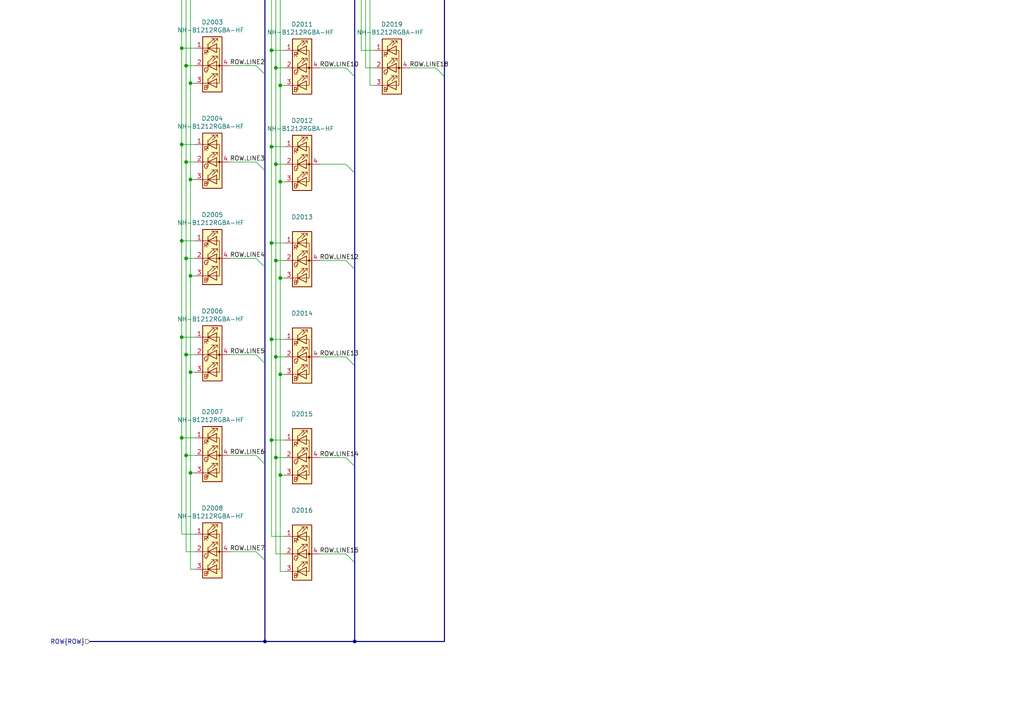
<source format=kicad_sch>
(kicad_sch (version 20230121) (generator eeschema)
  (paper "A4")
  (lib_symbols
    (symbol "Device:LED_RABG" (pin_names (offset 0) hide)
      (property "Reference" "D" (at 0 9.398 0))
      (property "Value" "LED_RABG" (at 0 -8.89 0))
      (symbol "LED_RABG_0_0"
        (text "B" (at -1.905 -6.35 0) (effects (font (size 1.27 1.27))))
        (text "G" (at -1.905 -1.27 0) (effects (font (size 1.27 1.27))))
        (text "R" (at -1.905 3.81 0) (effects (font (size 1.27 1.27))))
      )
      (symbol "LED_RABG_0_1"
        (polyline (pts (xy -1.27 -5.08) (xy -2.54 -5.08)))
        (polyline (pts (xy -1.27 -5.08) (xy 1.27 -5.08)))
        (polyline (pts (xy -1.27 -3.81) (xy -1.27 -6.35)) (stroke (width 0.254)))
        (polyline (pts (xy -1.27 0) (xy -2.54 0)))
        (polyline (pts (xy -1.27 1.27) (xy -1.27 -1.27)) (stroke (width 0.254)))
        (polyline (pts (xy -1.27 5.08) (xy -2.54 5.08)))
        (polyline (pts (xy -1.27 5.08) (xy 1.27 5.08)))
        (polyline (pts (xy -1.27 6.35) (xy -1.27 3.81)) (stroke (width 0.254)))
        (polyline (pts (xy 1.27 0) (xy -1.27 0)))
        (polyline (pts (xy 1.27 0) (xy 2.54 0)))
        (polyline (pts (xy -1.27 1.27) (xy -1.27 -1.27) (xy -1.27 -1.27)))
        (polyline (pts (xy -1.27 6.35) (xy -1.27 3.81) (xy -1.27 3.81)))
        (polyline (pts (xy 1.27 -5.08) (xy 2.032 -5.08) (xy 2.032 5.08) (xy 1.27 5.08)))
        (polyline (pts (xy 1.27 -3.81) (xy 1.27 -6.35) (xy -1.27 -5.08) (xy 1.27 -3.81)) (stroke (width 0.254)))
        (polyline (pts (xy 1.27 1.27) (xy 1.27 -1.27) (xy -1.27 0) (xy 1.27 1.27)) (stroke (width 0.254)))
        (polyline (pts (xy 1.27 6.35) (xy 1.27 3.81) (xy -1.27 5.08) (xy 1.27 6.35)) (stroke (width 0.254)))
        (polyline (pts (xy -1.016 -3.81) (xy 0.508 -2.286) (xy -0.254 -2.286) (xy 0.508 -2.286) (xy 0.508 -3.048)))
        (polyline (pts (xy -1.016 1.27) (xy 0.508 2.794) (xy -0.254 2.794) (xy 0.508 2.794) (xy 0.508 2.032)))
        (polyline (pts (xy -1.016 6.35) (xy 0.508 7.874) (xy -0.254 7.874) (xy 0.508 7.874) (xy 0.508 7.112)))
        (polyline (pts (xy 0 -3.81) (xy 1.524 -2.286) (xy 0.762 -2.286) (xy 1.524 -2.286) (xy 1.524 -3.048)))
        (polyline (pts (xy 0 1.27) (xy 1.524 2.794) (xy 0.762 2.794) (xy 1.524 2.794) (xy 1.524 2.032)))
        (polyline (pts (xy 0 6.35) (xy 1.524 7.874) (xy 0.762 7.874) (xy 1.524 7.874) (xy 1.524 7.112)))
        (rectangle (start 1.27 -1.27) (end 1.27 1.27))
        (rectangle (start 1.27 1.27) (end 1.27 1.27))
        (rectangle (start 1.27 3.81) (end 1.27 6.35))
        (rectangle (start 1.27 6.35) (end 1.27 6.35))
        (circle (center 2.032 0) (radius 0.254) (fill (type outline)))
        (rectangle (start 2.794 8.382) (end -2.794 -7.62) (stroke (width 0.254)) (fill (type background)))
      )
      (symbol "LED_RABG_1_1"
        (pin passive line (at -5.08 5.08 0) (length 2.54) (name "RK") (number "1"))
        (pin passive line (at 5.08 0 180) (length 2.54) (name "A") (number "2"))
        (pin passive line (at -5.08 -5.08 0) (length 2.54) (name "BK") (number "3"))
        (pin passive line (at -5.08 0 0) (length 2.54) (name "GK") (number "4"))
      )
    )
    (symbol "led_rgba:LED_RGBA" (pin_names (offset 0) hide)
      (property "Reference" "D" (at 0 9.398 0))
      (property "Value" "LED_RGBA" (at 0 -8.89 0))
      (symbol "LED_RGBA_0_0"
        (text "B" (at -1.905 -6.35 0) (effects (font (size 1.27 1.27))))
        (text "G" (at -1.905 -1.27 0) (effects (font (size 1.27 1.27))))
        (text "R" (at -1.905 3.81 0) (effects (font (size 1.27 1.27))))
      )
      (symbol "LED_RGBA_0_1"
        (polyline (pts (xy -2.54 -5.08) (xy 1.27 -5.08)))
        (polyline (pts (xy -1.27 -3.81) (xy -1.27 -6.35)) (stroke (width 0.2032)))
        (polyline (pts (xy -1.27 1.27) (xy -1.27 -1.27)) (stroke (width 0.2032)))
        (polyline (pts (xy -1.27 6.35) (xy -1.27 3.81)) (stroke (width 0.2032)))
        (polyline (pts (xy 1.27 5.08) (xy -2.54 5.08)))
        (polyline (pts (xy 2.54 0) (xy -2.54 0)))
        (polyline (pts (xy 1.27 -5.08) (xy 2.032 -5.08) (xy 2.032 5.08) (xy 1.27 5.08)))
        (polyline (pts (xy 1.27 -3.81) (xy 1.27 -6.35) (xy -1.27 -5.08) (xy 1.27 -3.81)) (stroke (width 0.2032)))
        (polyline (pts (xy 1.27 1.27) (xy 1.27 -1.27) (xy -1.27 0) (xy 1.27 1.27)) (stroke (width 0.2032)))
        (polyline (pts (xy 1.27 6.35) (xy 1.27 3.81) (xy -1.27 5.08) (xy 1.27 6.35)) (stroke (width 0.2032)))
        (polyline (pts (xy -1.016 -3.81) (xy 0.508 -2.286) (xy -0.254 -2.286) (xy 0.508 -2.286) (xy 0.508 -3.048)))
        (polyline (pts (xy -1.016 1.27) (xy 0.508 2.794) (xy -0.254 2.794) (xy 0.508 2.794) (xy 0.508 2.032)))
        (polyline (pts (xy -1.016 6.35) (xy 0.508 7.874) (xy -0.254 7.874) (xy 0.508 7.874) (xy 0.508 7.112)))
        (polyline (pts (xy 0 -3.81) (xy 1.524 -2.286) (xy 0.762 -2.286) (xy 1.524 -2.286) (xy 1.524 -3.048)))
        (polyline (pts (xy 0 1.27) (xy 1.524 2.794) (xy 0.762 2.794) (xy 1.524 2.794) (xy 1.524 2.032)))
        (polyline (pts (xy 0 6.35) (xy 1.524 7.874) (xy 0.762 7.874) (xy 1.524 7.874) (xy 1.524 7.112)))
        (rectangle (start 1.27 6.35) (end 1.27 6.35))
        (circle (center 2.032 0) (radius 0.254) (fill (type outline)))
        (rectangle (start 2.794 8.382) (end -2.794 -7.62) (stroke (width 0.254)) (fill (type background)))
      )
      (symbol "LED_RGBA_1_1"
        (pin passive line (at -5.08 5.08 0) (length 2.54) (name "A") (number "1"))
        (pin passive line (at -5.08 0 0) (length 2.54) (name "RK") (number "2"))
        (pin passive line (at -5.08 -5.08 0) (length 2.54) (name "GK") (number "3"))
        (pin passive line (at 5.08 0 180) (length 2.54) (name "BK") (number "4"))
      )
    )
  )
  (bus_alias "ROW" (members "LINE[0..18]"))
  (junction (at 55.245 -5.08))
  (junction (at 81.28 52.705))
  (junction (at 107.315 -4.445))
  (junction (at 102.87 186.055))
  (junction (at 81.28 108.585))
  (junction (at 55.245 52.07))
  (junction (at 78.74 -42.545))
  (junction (at 78.74 14.605))
  (junction (at 53.975 102.87))
  (junction (at 104.775 -14.605))
  (junction (at 80.01 19.685))
  (junction (at 81.28 137.795))
  (junction (at 52.705 69.85))
  (junction (at 53.975 74.93))
  (junction (at 80.01 75.565))
  (junction (at 76.835 186.055))
  (junction (at 53.975 -38.1))
  (junction (at 52.705 13.97))
  (junction (at 78.74 70.485))
  (junction (at 104.775 -42.545))
  (junction (at 80.01 103.505))
  (junction (at 81.28 80.645))
  (junction (at 80.01 -9.525))
  (junction (at 106.045 -37.465))
  (junction (at 52.705 -15.24))
  (junction (at 78.74 -14.605))
  (junction (at 53.975 -10.16))
  (junction (at 81.28 24.765))
  (junction (at 78.74 127.635))
  (junction (at 55.245 -33.02))
  (junction (at 52.705 127))
  (junction (at 107.315 -32.385))
  (junction (at 55.245 137.16))
  (junction (at 55.245 80.01))
  (junction (at 78.74 42.545))
  (junction (at 80.01 132.715))
  (junction (at 55.245 107.95))
  (junction (at 80.01 -37.465))
  (junction (at 52.705 97.79))
  (junction (at 53.975 19.05))
  (junction (at 81.28 -4.445))
  (junction (at 52.705 -43.18))
  (junction (at 55.245 24.13))
  (junction (at 78.74 98.425))
  (junction (at 106.045 -9.525))
  (junction (at 52.705 41.91))
  (junction (at 81.28 -32.385))
  (junction (at 53.975 132.08))
  (junction (at 80.01 47.625))
  (junction (at 53.975 46.99))
  (bus_entry (at 76.835 77.47) (size -2.54 -2.54))
  (bus_entry (at 76.835 105.41) (size -2.54 -2.54))
  (bus_entry (at 76.835 21.59) (size -2.54 -2.54))
  (bus_entry (at 76.835 -35.56) (size -2.54 -2.54))
  (bus_entry (at 76.835 -7.62) (size -2.54 -2.54))
  (bus_entry (at 102.87 135.255) (size -2.54 -2.54))
  (bus_entry (at 76.835 162.56) (size -2.54 -2.54))
  (bus_entry (at 102.87 -6.985) (size -2.54 -2.54))
  (bus_entry (at 76.835 134.62) (size -2.54 -2.54))
  (bus_entry (at 102.87 22.225) (size -2.54 -2.54))
  (bus_entry (at 102.87 50.165) (size -2.54 -2.54))
  (bus_entry (at 102.87 163.195) (size -2.54 -2.54))
  (bus_entry (at 102.87 106.045) (size -2.54 -2.54))
  (bus_entry (at 102.87 -34.925) (size -2.54 -2.54))
  (bus_entry (at 76.835 49.53) (size -2.54 -2.54))
  (bus_entry (at 128.905 -34.925) (size -2.54 -2.54))
  (bus_entry (at 128.905 22.225) (size -2.54 -2.54))
  (bus_entry (at 128.905 -6.985) (size -2.54 -2.54))
  (bus_entry (at 102.87 78.105) (size -2.54 -2.54))
  (wire (pts (xy 55.245 165.1) (xy 56.515 165.1)))
  (wire (pts (xy 78.74 127.635) (xy 78.74 155.575)))
  (wire (pts (xy 82.55 -14.605) (xy 78.74 -14.605)))
  (wire (pts (xy 53.975 74.93) (xy 53.975 102.87)))
  (wire (pts (xy 52.705 41.91) (xy 52.705 69.85)))
  (wire (pts (xy 82.55 137.795) (xy 81.28 137.795)))
  (wire (pts (xy 92.71 160.655) (xy 100.33 160.655)))
  (bus (pts (xy 102.87 78.105) (xy 102.87 106.045)))
  (wire (pts (xy 78.74 -55.245) (xy 78.74 -42.545)))
  (wire (pts (xy 78.74 14.605) (xy 78.74 42.545)))
  (wire (pts (xy 66.675 46.99) (xy 74.295 46.99)))
  (wire (pts (xy 108.585 24.765) (xy 107.315 24.765)))
  (wire (pts (xy 55.245 -33.02) (xy 55.245 -5.08)))
  (bus (pts (xy 76.835 49.53) (xy 76.835 77.47)))
  (wire (pts (xy 78.74 -14.605) (xy 78.74 14.605)))
  (wire (pts (xy 82.55 -42.545) (xy 78.74 -42.545)))
  (wire (pts (xy 108.585 -42.545) (xy 104.775 -42.545)))
  (wire (pts (xy 107.315 -4.445) (xy 107.315 24.765)))
  (bus (pts (xy 102.87 135.255) (xy 102.87 163.195)))
  (bus (pts (xy 26.035 186.055) (xy 76.835 186.055)))
  (wire (pts (xy 118.745 19.685) (xy 126.365 19.685)))
  (wire (pts (xy 82.55 -32.385) (xy 81.28 -32.385)))
  (bus (pts (xy 128.905 186.055) (xy 102.87 186.055)))
  (wire (pts (xy 80.01 103.505) (xy 80.01 132.715)))
  (bus (pts (xy 76.835 162.56) (xy 76.835 186.055)))
  (wire (pts (xy 52.705 -43.18) (xy 52.705 -15.24)))
  (wire (pts (xy 56.515 52.07) (xy 55.245 52.07)))
  (wire (pts (xy 82.55 -37.465) (xy 80.01 -37.465)))
  (wire (pts (xy 56.515 -43.18) (xy 52.705 -43.18)))
  (bus (pts (xy 76.835 21.59) (xy 76.835 49.53)))
  (wire (pts (xy 78.74 -42.545) (xy 78.74 -14.605)))
  (wire (pts (xy 107.315 -32.385) (xy 107.315 -4.445)))
  (wire (pts (xy 81.28 108.585) (xy 81.28 137.795)))
  (wire (pts (xy 80.01 75.565) (xy 80.01 103.505)))
  (wire (pts (xy 52.705 97.79) (xy 52.705 127)))
  (wire (pts (xy 118.745 -9.525) (xy 126.365 -9.525)))
  (wire (pts (xy 82.55 42.545) (xy 78.74 42.545)))
  (wire (pts (xy 66.675 74.93) (xy 74.295 74.93)))
  (wire (pts (xy 92.71 -37.465) (xy 100.33 -37.465)))
  (wire (pts (xy 82.55 80.645) (xy 81.28 80.645)))
  (wire (pts (xy 53.975 102.87) (xy 53.975 132.08)))
  (wire (pts (xy 66.675 -38.1) (xy 74.295 -38.1)))
  (wire (pts (xy 56.515 46.99) (xy 53.975 46.99)))
  (wire (pts (xy 53.975 132.08) (xy 53.975 160.02)))
  (wire (pts (xy 56.515 69.85) (xy 52.705 69.85)))
  (wire (pts (xy 56.515 74.93) (xy 53.975 74.93)))
  (bus (pts (xy 76.835 134.62) (xy 76.835 162.56)))
  (wire (pts (xy 82.55 14.605) (xy 78.74 14.605)))
  (wire (pts (xy 82.55 103.505) (xy 80.01 103.505)))
  (wire (pts (xy 56.515 -10.16) (xy 53.975 -10.16)))
  (wire (pts (xy 53.975 -38.1) (xy 53.975 -10.16)))
  (wire (pts (xy 66.675 102.87) (xy 74.295 102.87)))
  (wire (pts (xy 108.585 -9.525) (xy 106.045 -9.525)))
  (bus (pts (xy 102.87 186.055) (xy 76.835 186.055)))
  (wire (pts (xy 104.775 -14.605) (xy 104.775 14.605)))
  (wire (pts (xy 82.55 127.635) (xy 78.74 127.635)))
  (wire (pts (xy 56.515 80.01) (xy 55.245 80.01)))
  (wire (pts (xy 108.585 -32.385) (xy 107.315 -32.385)))
  (wire (pts (xy 81.28 -32.385) (xy 81.28 -4.445)))
  (bus (pts (xy 102.87 163.195) (xy 102.87 186.055)))
  (bus (pts (xy 76.835 77.47) (xy 76.835 105.41)))
  (wire (pts (xy 108.585 -37.465) (xy 106.045 -37.465)))
  (wire (pts (xy 52.705 154.94) (xy 56.515 154.94)))
  (wire (pts (xy 82.55 98.425) (xy 78.74 98.425)))
  (wire (pts (xy 92.71 -9.525) (xy 100.33 -9.525)))
  (wire (pts (xy 56.515 102.87) (xy 53.975 102.87)))
  (wire (pts (xy 92.71 75.565) (xy 100.33 75.565)))
  (wire (pts (xy 108.585 -14.605) (xy 104.775 -14.605)))
  (wire (pts (xy 52.705 -15.24) (xy 52.705 13.97)))
  (wire (pts (xy 82.55 -9.525) (xy 80.01 -9.525)))
  (wire (pts (xy 80.01 -55.245) (xy 80.01 -37.465)))
  (wire (pts (xy 55.245 52.07) (xy 55.245 80.01)))
  (wire (pts (xy 92.71 132.715) (xy 100.33 132.715)))
  (wire (pts (xy 56.515 -5.08) (xy 55.245 -5.08)))
  (bus (pts (xy 128.905 -34.925) (xy 128.905 -6.985)))
  (wire (pts (xy 107.315 -55.245) (xy 107.315 -32.385)))
  (wire (pts (xy 52.705 -55.88) (xy 52.705 -43.18)))
  (wire (pts (xy 66.675 -10.16) (xy 74.295 -10.16)))
  (wire (pts (xy 81.28 24.765) (xy 81.28 52.705)))
  (wire (pts (xy 78.74 42.545) (xy 78.74 70.485)))
  (wire (pts (xy 106.045 -9.525) (xy 106.045 19.685)))
  (wire (pts (xy 56.515 107.95) (xy 55.245 107.95)))
  (wire (pts (xy 80.01 132.715) (xy 80.01 160.655)))
  (bus (pts (xy 102.87 106.045) (xy 102.87 135.255)))
  (wire (pts (xy 55.245 -5.08) (xy 55.245 24.13)))
  (wire (pts (xy 55.245 24.13) (xy 55.245 52.07)))
  (wire (pts (xy 56.515 132.08) (xy 53.975 132.08)))
  (wire (pts (xy 52.705 127) (xy 52.705 154.94)))
  (wire (pts (xy 108.585 19.685) (xy 106.045 19.685)))
  (wire (pts (xy 106.045 -55.245) (xy 106.045 -37.465)))
  (bus (pts (xy 76.835 -7.62) (xy 76.835 21.59)))
  (wire (pts (xy 106.045 -37.465) (xy 106.045 -9.525)))
  (wire (pts (xy 55.245 -55.88) (xy 55.245 -33.02)))
  (wire (pts (xy 55.245 80.01) (xy 55.245 107.95)))
  (bus (pts (xy 102.87 22.225) (xy 102.87 50.165)))
  (wire (pts (xy 82.55 70.485) (xy 78.74 70.485)))
  (wire (pts (xy 82.55 108.585) (xy 81.28 108.585)))
  (wire (pts (xy 66.675 19.05) (xy 74.295 19.05)))
  (wire (pts (xy 52.705 13.97) (xy 52.705 41.91)))
  (bus (pts (xy 128.905 22.225) (xy 128.905 186.055)))
  (wire (pts (xy 108.585 -4.445) (xy 107.315 -4.445)))
  (wire (pts (xy 53.975 -10.16) (xy 53.975 19.05)))
  (wire (pts (xy 56.515 41.91) (xy 52.705 41.91)))
  (wire (pts (xy 78.74 155.575) (xy 82.55 155.575)))
  (wire (pts (xy 81.28 165.735) (xy 82.55 165.735)))
  (wire (pts (xy 81.28 80.645) (xy 81.28 108.585)))
  (wire (pts (xy 56.515 -15.24) (xy 52.705 -15.24)))
  (wire (pts (xy 118.745 -37.465) (xy 126.365 -37.465)))
  (wire (pts (xy 104.775 -55.245) (xy 104.775 -42.545)))
  (wire (pts (xy 92.71 103.505) (xy 100.33 103.505)))
  (wire (pts (xy 80.01 -37.465) (xy 80.01 -9.525)))
  (wire (pts (xy 80.01 19.685) (xy 80.01 47.625)))
  (wire (pts (xy 55.245 107.95) (xy 55.245 137.16)))
  (wire (pts (xy 82.55 19.685) (xy 80.01 19.685)))
  (wire (pts (xy 80.01 160.655) (xy 82.55 160.655)))
  (wire (pts (xy 56.515 24.13) (xy 55.245 24.13)))
  (wire (pts (xy 104.775 -42.545) (xy 104.775 -14.605)))
  (wire (pts (xy 53.975 46.99) (xy 53.975 74.93)))
  (wire (pts (xy 81.28 -4.445) (xy 81.28 24.765)))
  (bus (pts (xy 102.87 -6.985) (xy 102.87 22.225)))
  (wire (pts (xy 81.28 -55.245) (xy 81.28 -32.385)))
  (wire (pts (xy 66.675 132.08) (xy 74.295 132.08)))
  (bus (pts (xy 102.87 50.165) (xy 102.87 78.105)))
  (wire (pts (xy 92.71 19.685) (xy 100.33 19.685)))
  (wire (pts (xy 53.975 -55.88) (xy 53.975 -38.1)))
  (wire (pts (xy 55.245 137.16) (xy 55.245 165.1)))
  (wire (pts (xy 82.55 -4.445) (xy 81.28 -4.445)))
  (wire (pts (xy 56.515 19.05) (xy 53.975 19.05)))
  (wire (pts (xy 78.74 70.485) (xy 78.74 98.425)))
  (wire (pts (xy 92.71 47.625) (xy 100.33 47.625)))
  (bus (pts (xy 102.87 -34.925) (xy 102.87 -6.985)))
  (bus (pts (xy 76.835 105.41) (xy 76.835 134.62)))
  (wire (pts (xy 56.515 -38.1) (xy 53.975 -38.1)))
  (wire (pts (xy 56.515 13.97) (xy 52.705 13.97)))
  (wire (pts (xy 78.74 98.425) (xy 78.74 127.635)))
  (wire (pts (xy 56.515 97.79) (xy 52.705 97.79)))
  (wire (pts (xy 56.515 -33.02) (xy 55.245 -33.02)))
  (wire (pts (xy 82.55 52.705) (xy 81.28 52.705)))
  (wire (pts (xy 74.295 160.02) (xy 66.675 160.02)))
  (wire (pts (xy 108.585 14.605) (xy 104.775 14.605)))
  (wire (pts (xy 53.975 160.02) (xy 56.515 160.02)))
  (wire (pts (xy 82.55 24.765) (xy 81.28 24.765)))
  (wire (pts (xy 82.55 132.715) (xy 80.01 132.715)))
  (wire (pts (xy 52.705 69.85) (xy 52.705 97.79)))
  (bus (pts (xy 76.835 -35.56) (xy 76.835 -7.62)))
  (wire (pts (xy 82.55 47.625) (xy 80.01 47.625)))
  (wire (pts (xy 56.515 127) (xy 52.705 127)))
  (wire (pts (xy 81.28 137.795) (xy 81.28 165.735)))
  (wire (pts (xy 81.28 52.705) (xy 81.28 80.645)))
  (wire (pts (xy 82.55 75.565) (xy 80.01 75.565)))
  (wire (pts (xy 56.515 137.16) (xy 55.245 137.16)))
  (wire (pts (xy 80.01 -9.525) (xy 80.01 19.685)))
  (wire (pts (xy 53.975 19.05) (xy 53.975 46.99)))
  (bus (pts (xy 128.905 -6.985) (xy 128.905 22.225)))
  (wire (pts (xy 80.01 47.625) (xy 80.01 75.565)))
  (label "ROW.LINE10" (at 92.71 19.685 0))
  (label "ROW.LINE4" (at 66.675 74.93 0))
  (label "ROW.LINE13" (at 92.71 103.505 0))
  (label "ROW.LINE1" (at 66.675 -10.16 0))
  (label "ROW.LINE16" (at 118.745 -37.465 0))
  (label "ROW.LINE18" (at 118.745 19.685 0))
  (label "ROW.LINE14" (at 92.71 132.715 0))
  (label "ROW.LINE12" (at 92.71 75.565 0))
  (label "ROW.LINE9" (at 92.71 -9.525 0))
  (label "ROW.LINE6" (at 66.675 132.08 0))
  (label "ROW.LINE8" (at 92.71 -37.465 0))
  (label "ROW.LINE0" (at 66.675 -38.1 0))
  (label "ROW.LINE15" (at 92.71 160.655 0))
  (label "ROW.LINE5" (at 66.675 102.87 0))
  (label "ROW.LINE2" (at 66.675 19.05 0))
  (label "ROW.LINE17" (at 118.745 -9.525 0))
  (label "ROW.LINE3" (at 66.675 46.99 0))
  (label "ROW.LINE7" (at 66.675 160.02 0))
  (hierarchical_label "R" (shape input) (at 104.775 -55.245 90))
  (hierarchical_label "R" (shape input) (at 52.705 -55.88 90))
  (hierarchical_label "ROW{ROW}" (shape input) (at 26.035 186.055 180))
  (hierarchical_label "G" (shape input) (at 53.975 -55.88 90))
  (hierarchical_label "B" (shape input) (at 55.245 -55.88 90))
  (hierarchical_label "R" (shape input) (at 78.74 -55.245 90))
  (hierarchical_label "B" (shape input) (at 107.315 -55.245 90))
  (hierarchical_label "B" (shape input) (at 81.28 -55.245 90))
  (hierarchical_label "G" (shape input) (at 106.045 -55.245 90))
  (hierarchical_label "G" (shape input) (at 80.01 -55.245 90))
  (symbol (lib_id "Device:LED_RABG") (at 61.595 -38.1 0) (unit 1)
    (property "Reference" "D2001" (at 61.595 -50.7238 0))
    (property "Value" "NH-B1212RGBA-HF " (at 61.595 -48.4124 0))
    (property "Footprint" "NH-B1212RGBA:NH-B1212RGBA" (effects hide))
    (property "LCSC" "C2874114" (effects hide))
    (instances (project "brucon_hardware" (path "" (reference "D2001") (unit 1)) (path "" (reference "D3501") (unit 1)) (path "" (reference "D3401") (unit 1)) (path "" (reference "D3301") (unit 1)) (path "" (reference "D3201") (unit 1)) (path "" (reference "D3101") (unit 1)) (path "" (reference "D3001") (unit 1)) (path "" (reference "D2901") (unit 1)) (path "" (reference "D2801") (unit 1)) (path "" (reference "D2701") (unit 1)) (path "" (reference "D2601") (unit 1)) (path "" (reference "D2501") (unit 1)) (path "" (reference "D2401") (unit 1)) (path "" (reference "D2301") (unit 1)) (path "" (reference "D2201") (unit 1)) (path "" (reference "D2101") (unit 1)) (path "" (reference "D401") (unit 1)) (path "" (reference "D1901") (unit 1)) (path "" (reference "D1801") (unit 1)) (path "" (reference "D1701") (unit 1)) (path "" (reference "D1601") (unit 1)) (path "" (reference "D1501") (unit 1)) (path "" (reference "D1401") (unit 1)) (path "" (reference "D1301") (unit 1)) (path "" (reference "D1201") (unit 1)) (path "" (reference "D1101") (unit 1)) (path "" (reference "D1001") (unit 1)) (path "" (reference "D901") (unit 1)) (path "" (reference "D801") (unit 1)) (path "" (reference "D701") (unit 1)) (path "" (reference "D601") (unit 1)) (path "" (reference "D501") (unit 1))))
  )
  (symbol (lib_id "led_rgba:LED_RGBA") (at 61.595 19.05 0) (unit 1)
    (property "Reference" "D2003" (at 61.595 6.4262 0))
    (property "Value" "NH-B1212RGBA-HF " (at 61.595 8.7376 0))
    (property "Footprint" "NH-B1212RGBA:NH-B1212RGBA" (effects hide))
    (property "Datasheet" "http://image.dfrobot.com/image/data/DFR0239/LL-R3528RGBC-008-B%20datasheet.pdf" (effects hide))
    (property "LCSC" "C2874114" (effects hide))
    (instances (project "brucon_hardware" (path "" (reference "D2003") (unit 1)) (path "" (reference "D3503") (unit 1)) (path "" (reference "D3403") (unit 1)) (path "" (reference "D3303") (unit 1)) (path "" (reference "D3203") (unit 1)) (path "" (reference "D3103") (unit 1)) (path "" (reference "D3003") (unit 1)) (path "" (reference "D2903") (unit 1)) (path "" (reference "D2803") (unit 1)) (path "" (reference "D2703") (unit 1)) (path "" (reference "D2603") (unit 1)) (path "" (reference "D2503") (unit 1)) (path "" (reference "D2403") (unit 1)) (path "" (reference "D2303") (unit 1)) (path "" (reference "D2203") (unit 1)) (path "" (reference "D2103") (unit 1)) (path "" (reference "D403") (unit 1)) (path "" (reference "D1903") (unit 1)) (path "" (reference "D1803") (unit 1)) (path "" (reference "D1703") (unit 1)) (path "" (reference "D1603") (unit 1)) (path "" (reference "D1503") (unit 1)) (path "" (reference "D1403") (unit 1)) (path "" (reference "D1303") (unit 1)) (path "" (reference "D1203") (unit 1)) (path "" (reference "D1103") (unit 1)) (path "" (reference "D1003") (unit 1)) (path "" (reference "D903") (unit 1)) (path "" (reference "D803") (unit 1)) (path "" (reference "D703") (unit 1)) (path "" (reference "D603") (unit 1)) (path "" (reference "D503") (unit 1))))
  )
  (symbol (lib_id "led_rgba:LED_RGBA") (at 61.595 -10.16 0) (unit 1)
    (property "Reference" "D2002" (at 61.595 -22.7838 0))
    (property "Value" "NH-B1212RGBA-HF " (at 61.595 -20.4724 0))
    (property "Footprint" "NH-B1212RGBA:NH-B1212RGBA" (effects hide))
    (property "Datasheet" "http://image.dfrobot.com/image/data/DFR0239/LL-R3528RGBC-008-B%20datasheet.pdf" (effects hide))
    (property "LCSC" "C2874114" (effects hide))
    (instances (project "brucon_hardware" (path "" (reference "D2002") (unit 1)) (path "" (reference "D3502") (unit 1)) (path "" (reference "D3402") (unit 1)) (path "" (reference "D3302") (unit 1)) (path "" (reference "D3202") (unit 1)) (path "" (reference "D3102") (unit 1)) (path "" (reference "D3002") (unit 1)) (path "" (reference "D2902") (unit 1)) (path "" (reference "D2802") (unit 1)) (path "" (reference "D2702") (unit 1)) (path "" (reference "D2602") (unit 1)) (path "" (reference "D2502") (unit 1)) (path "" (reference "D2402") (unit 1)) (path "" (reference "D2302") (unit 1)) (path "" (reference "D2202") (unit 1)) (path "" (reference "D2102") (unit 1)) (path "" (reference "D402") (unit 1)) (path "" (reference "D1902") (unit 1)) (path "" (reference "D1802") (unit 1)) (path "" (reference "D1702") (unit 1)) (path "" (reference "D1602") (unit 1)) (path "" (reference "D1502") (unit 1)) (path "" (reference "D1402") (unit 1)) (path "" (reference "D1302") (unit 1)) (path "" (reference "D1202") (unit 1)) (path "" (reference "D1102") (unit 1)) (path "" (reference "D1002") (unit 1)) (path "" (reference "D902") (unit 1)) (path "" (reference "D802") (unit 1)) (path "" (reference "D702") (unit 1)) (path "" (reference "D602") (unit 1)) (path "" (reference "D502") (unit 1))))
  )
  (symbol (lib_id "led_rgba:LED_RGBA") (at 113.665 19.685 0) (unit 1)
    (property "Reference" "D2019" (at 113.665 7.0612 0))
    (property "Value" "NH-B1212RGBA-HF " (at 113.665 9.3726 0))
    (property "Footprint" "NH-B1212RGBA:NH-B1212RGBA" (effects hide))
    (property "Datasheet" "http://image.dfrobot.com/image/data/DFR0239/LL-R3528RGBC-008-B%20datasheet.pdf" (effects hide))
    (property "LCSC" "C2874114" (effects hide))
    (instances (project "brucon_hardware" (path "" (reference "D2019") (unit 1)) (path "" (reference "D3519") (unit 1)) (path "" (reference "D3419") (unit 1)) (path "" (reference "D3319") (unit 1)) (path "" (reference "D3219") (unit 1)) (path "" (reference "D3119") (unit 1)) (path "" (reference "D3019") (unit 1)) (path "" (reference "D2919") (unit 1)) (path "" (reference "D2819") (unit 1)) (path "" (reference "D2719") (unit 1)) (path "" (reference "D2619") (unit 1)) (path "" (reference "D2519") (unit 1)) (path "" (reference "D2419") (unit 1)) (path "" (reference "D2319") (unit 1)) (path "" (reference "D2219") (unit 1)) (path "" (reference "D2119") (unit 1)) (path "" (reference "D419") (unit 1)) (path "" (reference "D1919") (unit 1)) (path "" (reference "D1819") (unit 1)) (path "" (reference "D1719") (unit 1)) (path "" (reference "D1619") (unit 1)) (path "" (reference "D1519") (unit 1)) (path "" (reference "D1419") (unit 1)) (path "" (reference "D1319") (unit 1)) (path "" (reference "D1219") (unit 1)) (path "" (reference "D1119") (unit 1)) (path "" (reference "D1019") (unit 1)) (path "" (reference "D919") (unit 1)) (path "" (reference "D819") (unit 1)) (path "" (reference "D719") (unit 1)) (path "" (reference "D619") (unit 1)) (path "" (reference "D519") (unit 1))))
  )
  (symbol (lib_id "led_rgba:LED_RGBA") (at 113.665 -37.465 0) (unit 1)
    (property "Reference" "D2017" (at 113.665 -50.0888 0))
    (property "Value" "NH-B1212RGBA-HF " (at 113.665 -47.7774 0))
    (property "Footprint" "NH-B1212RGBA:NH-B1212RGBA" (effects hide))
    (property "Datasheet" "http://image.dfrobot.com/image/data/DFR0239/LL-R3528RGBC-008-B%20datasheet.pdf" (effects hide))
    (property "LCSC" "C2874114" (effects hide))
    (instances (project "brucon_hardware" (path "" (reference "D2017") (unit 1)) (path "" (reference "D3517") (unit 1)) (path "" (reference "D3417") (unit 1)) (path "" (reference "D3317") (unit 1)) (path "" (reference "D3217") (unit 1)) (path "" (reference "D3117") (unit 1)) (path "" (reference "D3017") (unit 1)) (path "" (reference "D2917") (unit 1)) (path "" (reference "D2817") (unit 1)) (path "" (reference "D2717") (unit 1)) (path "" (reference "D2617") (unit 1)) (path "" (reference "D2517") (unit 1)) (path "" (reference "D2417") (unit 1)) (path "" (reference "D2317") (unit 1)) (path "" (reference "D2217") (unit 1)) (path "" (reference "D2117") (unit 1)) (path "" (reference "D417") (unit 1)) (path "" (reference "D1917") (unit 1)) (path "" (reference "D1817") (unit 1)) (path "" (reference "D1717") (unit 1)) (path "" (reference "D1617") (unit 1)) (path "" (reference "D1517") (unit 1)) (path "" (reference "D1417") (unit 1)) (path "" (reference "D1317") (unit 1)) (path "" (reference "D1217") (unit 1)) (path "" (reference "D1117") (unit 1)) (path "" (reference "D1017") (unit 1)) (path "" (reference "D917") (unit 1)) (path "" (reference "D817") (unit 1)) (path "" (reference "D717") (unit 1)) (path "" (reference "D617") (unit 1)) (path "" (reference "D517") (unit 1))))
  )
  (symbol (lib_id "led_rgba:LED_RGBA") (at 61.595 74.93 0) (unit 1)
    (property "Reference" "D2005" (at 61.595 62.3062 0))
    (property "Value" "NH-B1212RGBA-HF " (at 61.595 64.6176 0))
    (property "Footprint" "NH-B1212RGBA:NH-B1212RGBA" (effects hide))
    (property "Datasheet" "http://image.dfrobot.com/image/data/DFR0239/LL-R3528RGBC-008-B%20datasheet.pdf" (effects hide))
    (property "LCSC" "C2874114" (effects hide))
    (instances (project "brucon_hardware" (path "" (reference "D2005") (unit 1)) (path "" (reference "D3505") (unit 1)) (path "" (reference "D3405") (unit 1)) (path "" (reference "D3305") (unit 1)) (path "" (reference "D3205") (unit 1)) (path "" (reference "D3105") (unit 1)) (path "" (reference "D3005") (unit 1)) (path "" (reference "D2905") (unit 1)) (path "" (reference "D2805") (unit 1)) (path "" (reference "D2705") (unit 1)) (path "" (reference "D2605") (unit 1)) (path "" (reference "D2505") (unit 1)) (path "" (reference "D2405") (unit 1)) (path "" (reference "D2305") (unit 1)) (path "" (reference "D2205") (unit 1)) (path "" (reference "D2105") (unit 1)) (path "" (reference "D405") (unit 1)) (path "" (reference "D1905") (unit 1)) (path "" (reference "D1805") (unit 1)) (path "" (reference "D1705") (unit 1)) (path "" (reference "D1605") (unit 1)) (path "" (reference "D1505") (unit 1)) (path "" (reference "D1405") (unit 1)) (path "" (reference "D1305") (unit 1)) (path "" (reference "D1205") (unit 1)) (path "" (reference "D1105") (unit 1)) (path "" (reference "D1005") (unit 1)) (path "" (reference "D905") (unit 1)) (path "" (reference "D805") (unit 1)) (path "" (reference "D705") (unit 1)) (path "" (reference "D605") (unit 1)) (path "" (reference "D505") (unit 1))))
  )
  (symbol (lib_id "led_rgba:LED_RGBA") (at 87.63 103.505 0) (unit 1)
    (property "Reference" "D2014" (at 87.63 90.8812 0))
    (property "Value" "NH-B1212RGBA-HF " (effects hide))
    (property "Footprint" "NH-B1212RGBA:NH-B1212RGBA" (effects hide))
    (property "Datasheet" "http://image.dfrobot.com/image/data/DFR0239/LL-R3528RGBC-008-B%20datasheet.pdf" (effects hide))
    (property "LCSC" "C2874114" (effects hide))
    (instances (project "brucon_hardware" (path "" (reference "D2014") (unit 1)) (path "" (reference "D3514") (unit 1)) (path "" (reference "D3414") (unit 1)) (path "" (reference "D3314") (unit 1)) (path "" (reference "D3214") (unit 1)) (path "" (reference "D3114") (unit 1)) (path "" (reference "D3014") (unit 1)) (path "" (reference "D2914") (unit 1)) (path "" (reference "D2814") (unit 1)) (path "" (reference "D2714") (unit 1)) (path "" (reference "D2614") (unit 1)) (path "" (reference "D2514") (unit 1)) (path "" (reference "D2414") (unit 1)) (path "" (reference "D2314") (unit 1)) (path "" (reference "D2214") (unit 1)) (path "" (reference "D2114") (unit 1)) (path "" (reference "D414") (unit 1)) (path "" (reference "D1914") (unit 1)) (path "" (reference "D1814") (unit 1)) (path "" (reference "D1714") (unit 1)) (path "" (reference "D1614") (unit 1)) (path "" (reference "D1514") (unit 1)) (path "" (reference "D1414") (unit 1)) (path "" (reference "D1314") (unit 1)) (path "" (reference "D1214") (unit 1)) (path "" (reference "D1114") (unit 1)) (path "" (reference "D1014") (unit 1)) (path "" (reference "D914") (unit 1)) (path "" (reference "D814") (unit 1)) (path "" (reference "D714") (unit 1)) (path "" (reference "D614") (unit 1)) (path "" (reference "D514") (unit 1))))
  )
  (symbol (lib_id "led_rgba:LED_RGBA") (at 61.595 132.08 0) (unit 1)
    (property "Reference" "D2007" (at 61.595 119.4562 0))
    (property "Value" "NH-B1212RGBA-HF " (at 61.595 121.7676 0))
    (property "Footprint" "NH-B1212RGBA:NH-B1212RGBA" (effects hide))
    (property "Datasheet" "http://image.dfrobot.com/image/data/DFR0239/LL-R3528RGBC-008-B%20datasheet.pdf" (effects hide))
    (property "LCSC" "C2874114" (effects hide))
    (instances (project "brucon_hardware" (path "" (reference "D2007") (unit 1)) (path "" (reference "D3507") (unit 1)) (path "" (reference "D3407") (unit 1)) (path "" (reference "D3307") (unit 1)) (path "" (reference "D3207") (unit 1)) (path "" (reference "D3107") (unit 1)) (path "" (reference "D3007") (unit 1)) (path "" (reference "D2907") (unit 1)) (path "" (reference "D2807") (unit 1)) (path "" (reference "D2707") (unit 1)) (path "" (reference "D2607") (unit 1)) (path "" (reference "D2507") (unit 1)) (path "" (reference "D2407") (unit 1)) (path "" (reference "D2307") (unit 1)) (path "" (reference "D2207") (unit 1)) (path "" (reference "D2107") (unit 1)) (path "" (reference "D407") (unit 1)) (path "" (reference "D1907") (unit 1)) (path "" (reference "D1807") (unit 1)) (path "" (reference "D1707") (unit 1)) (path "" (reference "D1607") (unit 1)) (path "" (reference "D1507") (unit 1)) (path "" (reference "D1407") (unit 1)) (path "" (reference "D1307") (unit 1)) (path "" (reference "D1207") (unit 1)) (path "" (reference "D1107") (unit 1)) (path "" (reference "D1007") (unit 1)) (path "" (reference "D907") (unit 1)) (path "" (reference "D807") (unit 1)) (path "" (reference "D707") (unit 1)) (path "" (reference "D607") (unit 1)) (path "" (reference "D507") (unit 1))))
  )
  (symbol (lib_id "led_rgba:LED_RGBA") (at 113.665 -9.525 0) (unit 1)
    (property "Reference" "D2018" (at 113.665 -22.1488 0))
    (property "Value" "NH-B1212RGBA-HF " (at 113.665 -19.8374 0))
    (property "Footprint" "NH-B1212RGBA:NH-B1212RGBA" (effects hide))
    (property "Datasheet" "http://image.dfrobot.com/image/data/DFR0239/LL-R3528RGBC-008-B%20datasheet.pdf" (effects hide))
    (property "LCSC" "C2874114" (effects hide))
    (instances (project "brucon_hardware" (path "" (reference "D2018") (unit 1)) (path "" (reference "D3518") (unit 1)) (path "" (reference "D3418") (unit 1)) (path "" (reference "D3318") (unit 1)) (path "" (reference "D3218") (unit 1)) (path "" (reference "D3118") (unit 1)) (path "" (reference "D3018") (unit 1)) (path "" (reference "D2918") (unit 1)) (path "" (reference "D2818") (unit 1)) (path "" (reference "D2718") (unit 1)) (path "" (reference "D2618") (unit 1)) (path "" (reference "D2518") (unit 1)) (path "" (reference "D2418") (unit 1)) (path "" (reference "D2318") (unit 1)) (path "" (reference "D2218") (unit 1)) (path "" (reference "D2118") (unit 1)) (path "" (reference "D418") (unit 1)) (path "" (reference "D1918") (unit 1)) (path "" (reference "D1818") (unit 1)) (path "" (reference "D1718") (unit 1)) (path "" (reference "D1618") (unit 1)) (path "" (reference "D1518") (unit 1)) (path "" (reference "D1418") (unit 1)) (path "" (reference "D1318") (unit 1)) (path "" (reference "D1218") (unit 1)) (path "" (reference "D1118") (unit 1)) (path "" (reference "D1018") (unit 1)) (path "" (reference "D918") (unit 1)) (path "" (reference "D818") (unit 1)) (path "" (reference "D718") (unit 1)) (path "" (reference "D618") (unit 1)) (path "" (reference "D518") (unit 1))))
  )
  (symbol (lib_id "led_rgba:LED_RGBA") (at 87.63 -37.465 0) (unit 1)
    (property "Reference" "D2009" (at 87.63 -50.0888 0))
    (property "Value" "NH-B1212RGBA-HF " (at 87.63 -47.7774 0))
    (property "Footprint" "NH-B1212RGBA:NH-B1212RGBA" (effects hide))
    (property "Datasheet" "http://image.dfrobot.com/image/data/DFR0239/LL-R3528RGBC-008-B%20datasheet.pdf" (effects hide))
    (property "LCSC" "C2874114" (effects hide))
    (instances (project "brucon_hardware" (path "" (reference "D2009") (unit 1)) (path "" (reference "D3509") (unit 1)) (path "" (reference "D3409") (unit 1)) (path "" (reference "D3309") (unit 1)) (path "" (reference "D3209") (unit 1)) (path "" (reference "D3109") (unit 1)) (path "" (reference "D3009") (unit 1)) (path "" (reference "D2909") (unit 1)) (path "" (reference "D2809") (unit 1)) (path "" (reference "D2709") (unit 1)) (path "" (reference "D2609") (unit 1)) (path "" (reference "D2509") (unit 1)) (path "" (reference "D2409") (unit 1)) (path "" (reference "D2309") (unit 1)) (path "" (reference "D2209") (unit 1)) (path "" (reference "D2109") (unit 1)) (path "" (reference "D409") (unit 1)) (path "" (reference "D1909") (unit 1)) (path "" (reference "D1809") (unit 1)) (path "" (reference "D1709") (unit 1)) (path "" (reference "D1609") (unit 1)) (path "" (reference "D1509") (unit 1)) (path "" (reference "D1409") (unit 1)) (path "" (reference "D1309") (unit 1)) (path "" (reference "D1209") (unit 1)) (path "" (reference "D1109") (unit 1)) (path "" (reference "D1009") (unit 1)) (path "" (reference "D909") (unit 1)) (path "" (reference "D809") (unit 1)) (path "" (reference "D709") (unit 1)) (path "" (reference "D609") (unit 1)) (path "" (reference "D509") (unit 1))))
  )
  (symbol (lib_id "led_rgba:LED_RGBA") (at 87.63 19.685 0) (unit 1)
    (property "Reference" "D2011" (at 87.63 7.0612 0))
    (property "Value" "NH-B1212RGBA-HF " (at 87.63 9.3726 0))
    (property "Footprint" "NH-B1212RGBA:NH-B1212RGBA" (effects hide))
    (property "Datasheet" "http://image.dfrobot.com/image/data/DFR0239/LL-R3528RGBC-008-B%20datasheet.pdf" (effects hide))
    (property "LCSC" "C2874114" (effects hide))
    (instances (project "brucon_hardware" (path "" (reference "D2011") (unit 1)) (path "" (reference "D3511") (unit 1)) (path "" (reference "D3411") (unit 1)) (path "" (reference "D3311") (unit 1)) (path "" (reference "D3211") (unit 1)) (path "" (reference "D3111") (unit 1)) (path "" (reference "D3011") (unit 1)) (path "" (reference "D2911") (unit 1)) (path "" (reference "D2811") (unit 1)) (path "" (reference "D2711") (unit 1)) (path "" (reference "D2611") (unit 1)) (path "" (reference "D2511") (unit 1)) (path "" (reference "D2411") (unit 1)) (path "" (reference "D2311") (unit 1)) (path "" (reference "D2211") (unit 1)) (path "" (reference "D2111") (unit 1)) (path "" (reference "D411") (unit 1)) (path "" (reference "D1911") (unit 1)) (path "" (reference "D1811") (unit 1)) (path "" (reference "D1711") (unit 1)) (path "" (reference "D1611") (unit 1)) (path "" (reference "D1511") (unit 1)) (path "" (reference "D1411") (unit 1)) (path "" (reference "D1311") (unit 1)) (path "" (reference "D1211") (unit 1)) (path "" (reference "D1111") (unit 1)) (path "" (reference "D1011") (unit 1)) (path "" (reference "D911") (unit 1)) (path "" (reference "D811") (unit 1)) (path "" (reference "D711") (unit 1)) (path "" (reference "D611") (unit 1)) (path "" (reference "D511") (unit 1))))
  )
  (symbol (lib_id "led_rgba:LED_RGBA") (at 87.63 160.655 0) (unit 1)
    (property "Reference" "D2016" (at 87.63 148.0312 0))
    (property "Value" "NH-B1212RGBA-HF " (effects hide))
    (property "Footprint" "NH-B1212RGBA:NH-B1212RGBA" (effects hide))
    (property "Datasheet" "http://image.dfrobot.com/image/data/DFR0239/LL-R3528RGBC-008-B%20datasheet.pdf" (effects hide))
    (property "LCSC" "C2874114" (effects hide))
    (instances (project "brucon_hardware" (path "" (reference "D2016") (unit 1)) (path "" (reference "D3516") (unit 1)) (path "" (reference "D3416") (unit 1)) (path "" (reference "D3316") (unit 1)) (path "" (reference "D3216") (unit 1)) (path "" (reference "D3116") (unit 1)) (path "" (reference "D3016") (unit 1)) (path "" (reference "D2916") (unit 1)) (path "" (reference "D2816") (unit 1)) (path "" (reference "D2716") (unit 1)) (path "" (reference "D2616") (unit 1)) (path "" (reference "D2516") (unit 1)) (path "" (reference "D2416") (unit 1)) (path "" (reference "D2316") (unit 1)) (path "" (reference "D2216") (unit 1)) (path "" (reference "D2116") (unit 1)) (path "" (reference "D416") (unit 1)) (path "" (reference "D1916") (unit 1)) (path "" (reference "D1816") (unit 1)) (path "" (reference "D1716") (unit 1)) (path "" (reference "D1616") (unit 1)) (path "" (reference "D1516") (unit 1)) (path "" (reference "D1416") (unit 1)) (path "" (reference "D1316") (unit 1)) (path "" (reference "D1216") (unit 1)) (path "" (reference "D1116") (unit 1)) (path "" (reference "D1016") (unit 1)) (path "" (reference "D916") (unit 1)) (path "" (reference "D816") (unit 1)) (path "" (reference "D716") (unit 1)) (path "" (reference "D616") (unit 1)) (path "" (reference "D516") (unit 1))))
  )
  (symbol (lib_id "led_rgba:LED_RGBA") (at 87.63 75.565 0) (unit 1)
    (property "Reference" "D2013" (at 87.63 62.9412 0))
    (property "Value" "NH-B1212RGBA-HF " (effects hide))
    (property "Footprint" "NH-B1212RGBA:NH-B1212RGBA" (effects hide))
    (property "Datasheet" "http://image.dfrobot.com/image/data/DFR0239/LL-R3528RGBC-008-B%20datasheet.pdf" (effects hide))
    (property "LCSC" "C2874114" (effects hide))
    (instances (project "brucon_hardware" (path "" (reference "D2013") (unit 1)) (path "" (reference "D3513") (unit 1)) (path "" (reference "D3413") (unit 1)) (path "" (reference "D3313") (unit 1)) (path "" (reference "D3213") (unit 1)) (path "" (reference "D3113") (unit 1)) (path "" (reference "D3013") (unit 1)) (path "" (reference "D2913") (unit 1)) (path "" (reference "D2813") (unit 1)) (path "" (reference "D2713") (unit 1)) (path "" (reference "D2613") (unit 1)) (path "" (reference "D2513") (unit 1)) (path "" (reference "D2413") (unit 1)) (path "" (reference "D2313") (unit 1)) (path "" (reference "D2213") (unit 1)) (path "" (reference "D2113") (unit 1)) (path "" (reference "D413") (unit 1)) (path "" (reference "D1913") (unit 1)) (path "" (reference "D1813") (unit 1)) (path "" (reference "D1713") (unit 1)) (path "" (reference "D1613") (unit 1)) (path "" (reference "D1513") (unit 1)) (path "" (reference "D1413") (unit 1)) (path "" (reference "D1313") (unit 1)) (path "" (reference "D1213") (unit 1)) (path "" (reference "D1113") (unit 1)) (path "" (reference "D1013") (unit 1)) (path "" (reference "D913") (unit 1)) (path "" (reference "D813") (unit 1)) (path "" (reference "D713") (unit 1)) (path "" (reference "D613") (unit 1)) (path "" (reference "D513") (unit 1))))
  )
  (symbol (lib_id "led_rgba:LED_RGBA") (at 61.595 102.87 0) (unit 1)
    (property "Reference" "D2006" (at 61.595 90.2462 0))
    (property "Value" "NH-B1212RGBA-HF " (at 61.595 92.5576 0))
    (property "Footprint" "NH-B1212RGBA:NH-B1212RGBA" (effects hide))
    (property "Datasheet" "http://image.dfrobot.com/image/data/DFR0239/LL-R3528RGBC-008-B%20datasheet.pdf" (effects hide))
    (property "LCSC" "C2874114" (effects hide))
    (instances (project "brucon_hardware" (path "" (reference "D2006") (unit 1)) (path "" (reference "D3506") (unit 1)) (path "" (reference "D3406") (unit 1)) (path "" (reference "D3306") (unit 1)) (path "" (reference "D3206") (unit 1)) (path "" (reference "D3106") (unit 1)) (path "" (reference "D3006") (unit 1)) (path "" (reference "D2906") (unit 1)) (path "" (reference "D2806") (unit 1)) (path "" (reference "D2706") (unit 1)) (path "" (reference "D2606") (unit 1)) (path "" (reference "D2506") (unit 1)) (path "" (reference "D2406") (unit 1)) (path "" (reference "D2306") (unit 1)) (path "" (reference "D2206") (unit 1)) (path "" (reference "D2106") (unit 1)) (path "" (reference "D406") (unit 1)) (path "" (reference "D1906") (unit 1)) (path "" (reference "D1806") (unit 1)) (path "" (reference "D1706") (unit 1)) (path "" (reference "D1606") (unit 1)) (path "" (reference "D1506") (unit 1)) (path "" (reference "D1406") (unit 1)) (path "" (reference "D1306") (unit 1)) (path "" (reference "D1206") (unit 1)) (path "" (reference "D1106") (unit 1)) (path "" (reference "D1006") (unit 1)) (path "" (reference "D906") (unit 1)) (path "" (reference "D806") (unit 1)) (path "" (reference "D706") (unit 1)) (path "" (reference "D606") (unit 1)) (path "" (reference "D506") (unit 1))))
  )
  (symbol (lib_id "led_rgba:LED_RGBA") (at 87.63 47.625 0) (unit 1)
    (property "Reference" "D2012" (at 87.63 35.0012 0))
    (property "Value" "NH-B1212RGBA-HF " (at 87.63 37.3126 0))
    (property "Footprint" "NH-B1212RGBA:NH-B1212RGBA" (effects hide))
    (property "Datasheet" "http://image.dfrobot.com/image/data/DFR0239/LL-R3528RGBC-008-B%20datasheet.pdf" (effects hide))
    (property "LCSC" "C2874114" (effects hide))
    (instances (project "brucon_hardware" (path "" (reference "D2012") (unit 1)) (path "" (reference "D3512") (unit 1)) (path "" (reference "D3412") (unit 1)) (path "" (reference "D3312") (unit 1)) (path "" (reference "D3212") (unit 1)) (path "" (reference "D3112") (unit 1)) (path "" (reference "D3012") (unit 1)) (path "" (reference "D2912") (unit 1)) (path "" (reference "D2812") (unit 1)) (path "" (reference "D2712") (unit 1)) (path "" (reference "D2612") (unit 1)) (path "" (reference "D2512") (unit 1)) (path "" (reference "D2412") (unit 1)) (path "" (reference "D2312") (unit 1)) (path "" (reference "D2212") (unit 1)) (path "" (reference "D2112") (unit 1)) (path "" (reference "D412") (unit 1)) (path "" (reference "D1912") (unit 1)) (path "" (reference "D1812") (unit 1)) (path "" (reference "D1712") (unit 1)) (path "" (reference "D1612") (unit 1)) (path "" (reference "D1512") (unit 1)) (path "" (reference "D1412") (unit 1)) (path "" (reference "D1312") (unit 1)) (path "" (reference "D1212") (unit 1)) (path "" (reference "D1112") (unit 1)) (path "" (reference "D1012") (unit 1)) (path "" (reference "D912") (unit 1)) (path "" (reference "D812") (unit 1)) (path "" (reference "D712") (unit 1)) (path "" (reference "D612") (unit 1)) (path "" (reference "D512") (unit 1))))
  )
  (symbol (lib_id "led_rgba:LED_RGBA") (at 61.595 46.99 0) (unit 1)
    (property "Reference" "D2004" (at 61.595 34.3662 0))
    (property "Value" "NH-B1212RGBA-HF " (at 61.595 36.6776 0))
    (property "Footprint" "NH-B1212RGBA:NH-B1212RGBA" (effects hide))
    (property "Datasheet" "http://image.dfrobot.com/image/data/DFR0239/LL-R3528RGBC-008-B%20datasheet.pdf" (effects hide))
    (property "LCSC" "C2874114" (effects hide))
    (instances (project "brucon_hardware" (path "" (reference "D2004") (unit 1)) (path "" (reference "D3504") (unit 1)) (path "" (reference "D3404") (unit 1)) (path "" (reference "D3304") (unit 1)) (path "" (reference "D3204") (unit 1)) (path "" (reference "D3104") (unit 1)) (path "" (reference "D3004") (unit 1)) (path "" (reference "D2904") (unit 1)) (path "" (reference "D2804") (unit 1)) (path "" (reference "D2704") (unit 1)) (path "" (reference "D2604") (unit 1)) (path "" (reference "D2504") (unit 1)) (path "" (reference "D2404") (unit 1)) (path "" (reference "D2304") (unit 1)) (path "" (reference "D2204") (unit 1)) (path "" (reference "D2104") (unit 1)) (path "" (reference "D404") (unit 1)) (path "" (reference "D1904") (unit 1)) (path "" (reference "D1804") (unit 1)) (path "" (reference "D1704") (unit 1)) (path "" (reference "D1604") (unit 1)) (path "" (reference "D1504") (unit 1)) (path "" (reference "D1404") (unit 1)) (path "" (reference "D1304") (unit 1)) (path "" (reference "D1204") (unit 1)) (path "" (reference "D1104") (unit 1)) (path "" (reference "D1004") (unit 1)) (path "" (reference "D904") (unit 1)) (path "" (reference "D804") (unit 1)) (path "" (reference "D704") (unit 1)) (path "" (reference "D604") (unit 1)) (path "" (reference "D504") (unit 1))))
  )
  (symbol (lib_id "led_rgba:LED_RGBA") (at 61.595 160.02 0) (unit 1)
    (property "Reference" "D2008" (at 61.595 147.3962 0))
    (property "Value" "NH-B1212RGBA-HF " (at 61.595 149.7076 0))
    (property "Footprint" "NH-B1212RGBA:NH-B1212RGBA" (effects hide))
    (property "Datasheet" "http://image.dfrobot.com/image/data/DFR0239/LL-R3528RGBC-008-B%20datasheet.pdf" (effects hide))
    (property "LCSC" "C2874114" (effects hide))
    (instances (project "brucon_hardware" (path "" (reference "D2008") (unit 1)) (path "" (reference "D3508") (unit 1)) (path "" (reference "D3408") (unit 1)) (path "" (reference "D3308") (unit 1)) (path "" (reference "D3208") (unit 1)) (path "" (reference "D3108") (unit 1)) (path "" (reference "D3008") (unit 1)) (path "" (reference "D2908") (unit 1)) (path "" (reference "D2808") (unit 1)) (path "" (reference "D2708") (unit 1)) (path "" (reference "D2608") (unit 1)) (path "" (reference "D2508") (unit 1)) (path "" (reference "D2408") (unit 1)) (path "" (reference "D2308") (unit 1)) (path "" (reference "D2208") (unit 1)) (path "" (reference "D2108") (unit 1)) (path "" (reference "D408") (unit 1)) (path "" (reference "D1908") (unit 1)) (path "" (reference "D1808") (unit 1)) (path "" (reference "D1708") (unit 1)) (path "" (reference "D1608") (unit 1)) (path "" (reference "D1508") (unit 1)) (path "" (reference "D1408") (unit 1)) (path "" (reference "D1308") (unit 1)) (path "" (reference "D1208") (unit 1)) (path "" (reference "D1108") (unit 1)) (path "" (reference "D1008") (unit 1)) (path "" (reference "D908") (unit 1)) (path "" (reference "D808") (unit 1)) (path "" (reference "D708") (unit 1)) (path "" (reference "D608") (unit 1)) (path "" (reference "D508") (unit 1))))
  )
  (symbol (lib_id "led_rgba:LED_RGBA") (at 87.63 132.715 0) (unit 1)
    (property "Reference" "D2015" (at 87.63 120.0912 0))
    (property "Value" "NH-B1212RGBA-HF " (effects hide))
    (property "Footprint" "NH-B1212RGBA:NH-B1212RGBA" (effects hide))
    (property "Datasheet" "http://image.dfrobot.com/image/data/DFR0239/LL-R3528RGBC-008-B%20datasheet.pdf" (effects hide))
    (property "LCSC" "C2874114" (effects hide))
    (instances (project "brucon_hardware" (path "" (reference "D2015") (unit 1)) (path "" (reference "D3515") (unit 1)) (path "" (reference "D3415") (unit 1)) (path "" (reference "D3315") (unit 1)) (path "" (reference "D3215") (unit 1)) (path "" (reference "D3115") (unit 1)) (path "" (reference "D3015") (unit 1)) (path "" (reference "D2915") (unit 1)) (path "" (reference "D2815") (unit 1)) (path "" (reference "D2715") (unit 1)) (path "" (reference "D2615") (unit 1)) (path "" (reference "D2515") (unit 1)) (path "" (reference "D2415") (unit 1)) (path "" (reference "D2315") (unit 1)) (path "" (reference "D2215") (unit 1)) (path "" (reference "D2115") (unit 1)) (path "" (reference "D415") (unit 1)) (path "" (reference "D1915") (unit 1)) (path "" (reference "D1815") (unit 1)) (path "" (reference "D1715") (unit 1)) (path "" (reference "D1615") (unit 1)) (path "" (reference "D1515") (unit 1)) (path "" (reference "D1415") (unit 1)) (path "" (reference "D1315") (unit 1)) (path "" (reference "D1215") (unit 1)) (path "" (reference "D1115") (unit 1)) (path "" (reference "D1015") (unit 1)) (path "" (reference "D915") (unit 1)) (path "" (reference "D815") (unit 1)) (path "" (reference "D715") (unit 1)) (path "" (reference "D615") (unit 1)) (path "" (reference "D515") (unit 1))))
  )
  (symbol (lib_id "led_rgba:LED_RGBA") (at 87.63 -9.525 0) (unit 1)
    (property "Reference" "D2010" (at 87.63 -22.1488 0))
    (property "Value" "NH-B1212RGBA-HF " (at 87.63 -19.8374 0))
    (property "Footprint" "NH-B1212RGBA:NH-B1212RGBA" (effects hide))
    (property "Datasheet" "http://image.dfrobot.com/image/data/DFR0239/LL-R3528RGBC-008-B%20datasheet.pdf" (effects hide))
    (property "LCSC" "C2874114" (effects hide))
    (instances (project "brucon_hardware" (path "" (reference "D2010") (unit 1)) (path "" (reference "D3510") (unit 1)) (path "" (reference "D3410") (unit 1)) (path "" (reference "D3310") (unit 1)) (path "" (reference "D3210") (unit 1)) (path "" (reference "D3110") (unit 1)) (path "" (reference "D3010") (unit 1)) (path "" (reference "D2910") (unit 1)) (path "" (reference "D2810") (unit 1)) (path "" (reference "D2710") (unit 1)) (path "" (reference "D2610") (unit 1)) (path "" (reference "D2510") (unit 1)) (path "" (reference "D2410") (unit 1)) (path "" (reference "D2310") (unit 1)) (path "" (reference "D2210") (unit 1)) (path "" (reference "D2110") (unit 1)) (path "" (reference "D410") (unit 1)) (path "" (reference "D1910") (unit 1)) (path "" (reference "D1810") (unit 1)) (path "" (reference "D1710") (unit 1)) (path "" (reference "D1610") (unit 1)) (path "" (reference "D1510") (unit 1)) (path "" (reference "D1410") (unit 1)) (path "" (reference "D1310") (unit 1)) (path "" (reference "D1210") (unit 1)) (path "" (reference "D1110") (unit 1)) (path "" (reference "D1010") (unit 1)) (path "" (reference "D910") (unit 1)) (path "" (reference "D810") (unit 1)) (path "" (reference "D710") (unit 1)) (path "" (reference "D610") (unit 1)) (path "" (reference "D510") (unit 1))))
  )
)
</source>
